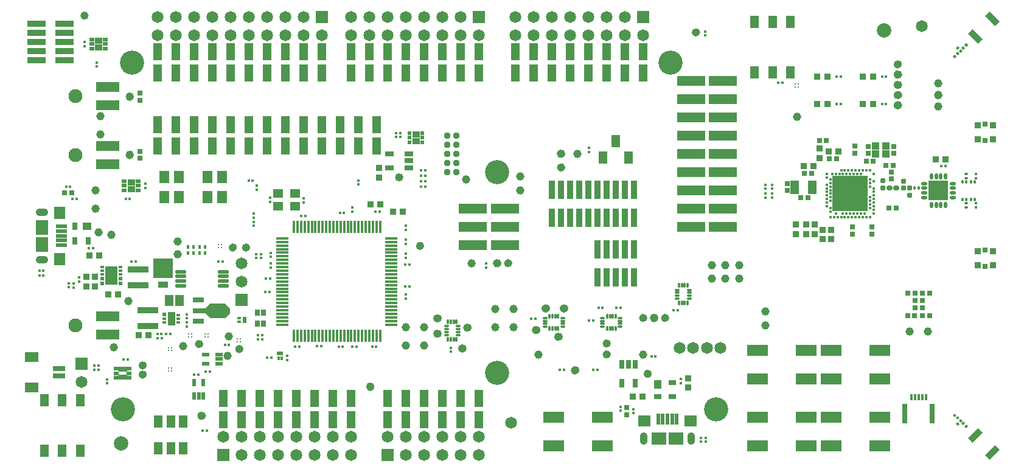
<source format=gts>
G04*
G04 #@! TF.GenerationSoftware,Altium Limited,Altium Designer,21.3.2 (30)*
G04*
G04 Layer_Color=8388736*
%FSLAX24Y24*%
%MOIN*%
G70*
G04*
G04 #@! TF.SameCoordinates,DEC0B546-127E-4CDD-B314-4E0B8DF39A68*
G04*
G04*
G04 #@! TF.FilePolarity,Negative*
G04*
G01*
G75*
%ADD128C,0.0240*%
G04:AMPARAMS|DCode=129|XSize=17.8mil|YSize=16.6mil|CornerRadius=5.7mil|HoleSize=0mil|Usage=FLASHONLY|Rotation=90.000|XOffset=0mil|YOffset=0mil|HoleType=Round|Shape=RoundedRectangle|*
%AMROUNDEDRECTD129*
21,1,0.0178,0.0053,0,0,90.0*
21,1,0.0065,0.0166,0,0,90.0*
1,1,0.0113,0.0027,0.0032*
1,1,0.0113,0.0027,-0.0032*
1,1,0.0113,-0.0027,-0.0032*
1,1,0.0113,-0.0027,0.0032*
%
%ADD129ROUNDEDRECTD129*%
%ADD130R,0.0257X0.0198*%
%ADD131R,0.0454X0.0296*%
%ADD132C,0.0454*%
%ADD133R,0.0454X0.0651*%
%ADD134R,0.0166X0.0178*%
%ADD135R,0.0414X0.0769*%
%ADD136R,0.0237X0.0158*%
%ADD137R,0.0237X0.0198*%
%ADD138R,0.0493X0.0611*%
%ADD139R,0.0178X0.0166*%
%ADD140R,0.0157X0.0146*%
%ADD141R,0.0205X0.0146*%
%ADD142C,0.0130*%
%ADD143R,0.0232X0.0154*%
%ADD144R,0.0217X0.0226*%
%ADD145R,0.0690X0.1044*%
%ADD146R,0.0560X0.0360*%
%ADD147R,0.1060X0.1111*%
%ADD148R,0.0454X0.0690*%
%ADD149C,0.0139*%
%ADD150O,0.0611X0.0217*%
%ADD151O,0.0118X0.0287*%
%ADD152O,0.0287X0.0118*%
%ADD153R,0.1143X0.0611*%
%ADD154R,0.0277X0.0296*%
%ADD155R,0.1312X0.0560*%
%ADD156R,0.0296X0.1084*%
%ADD157R,0.0157X0.0354*%
%ADD158R,0.0316X0.0257*%
%ADD159R,0.0395X0.0296*%
%ADD160R,0.0395X0.0454*%
%ADD161R,0.0375X0.0355*%
%ADD162R,0.0532X0.0690*%
%ADD163R,0.0359X0.1005*%
%ADD164R,0.1560X0.0560*%
%ADD165R,0.0462X0.0922*%
%ADD166O,0.0689X0.0157*%
%ADD167O,0.0157X0.0689*%
%ADD168R,0.0532X0.0493*%
%ADD169R,0.0296X0.0395*%
%ADD170R,0.0454X0.0395*%
%ADD171R,0.0592X0.0217*%
%ADD172R,0.0670X0.0808*%
%ADD173R,0.0611X0.0690*%
%ADD174R,0.0303X0.0382*%
%ADD175C,0.0787*%
%ADD176C,0.0370*%
%ADD177R,0.0355X0.0375*%
%ADD178R,0.0769X0.0532*%
%ADD179R,0.0670X0.0296*%
%ADD180R,0.0217X0.0336*%
%ADD181R,0.0198X0.0414*%
%ADD182R,0.0454X0.0769*%
%ADD183C,0.0148*%
%ADD184R,0.1949X0.1949*%
%ADD185R,0.0434X0.0395*%
%ADD186R,0.0296X0.0257*%
%ADD187R,0.1123X0.0375*%
%ADD188R,0.0611X0.0296*%
%ADD189R,0.0729X0.0296*%
%ADD190R,0.0158X0.0202*%
%ADD191R,0.0360X0.0380*%
%ADD192C,0.0651*%
%ADD193R,0.0220X0.0209*%
%ADD194R,0.0406X0.0323*%
%ADD195R,0.1103X0.1103*%
%ADD196O,0.0178X0.0375*%
%ADD197O,0.0375X0.0178*%
%ADD198R,0.0355X0.0375*%
%ADD199R,0.0257X0.0288*%
G04:AMPARAMS|DCode=200|XSize=78.8mil|YSize=37.5mil|CornerRadius=0mil|HoleSize=0mil|Usage=FLASHONLY|Rotation=135.000|XOffset=0mil|YOffset=0mil|HoleType=Round|Shape=Rectangle|*
%AMROTATEDRECTD200*
4,1,4,0.0411,-0.0146,0.0146,-0.0411,-0.0411,0.0146,-0.0146,0.0411,0.0411,-0.0146,0.0*
%
%ADD200ROTATEDRECTD200*%

G04:AMPARAMS|DCode=201|XSize=15.7mil|YSize=14.6mil|CornerRadius=4.6mil|HoleSize=0mil|Usage=FLASHONLY|Rotation=180.000|XOffset=0mil|YOffset=0mil|HoleType=Round|Shape=RoundedRectangle|*
%AMROUNDEDRECTD201*
21,1,0.0157,0.0053,0,0,180.0*
21,1,0.0065,0.0146,0,0,180.0*
1,1,0.0093,-0.0032,0.0027*
1,1,0.0093,0.0032,0.0027*
1,1,0.0093,0.0032,-0.0027*
1,1,0.0093,-0.0032,-0.0027*
%
%ADD201ROUNDEDRECTD201*%
G04:AMPARAMS|DCode=202|XSize=15.7mil|YSize=14.6mil|CornerRadius=4.6mil|HoleSize=0mil|Usage=FLASHONLY|Rotation=225.000|XOffset=0mil|YOffset=0mil|HoleType=Round|Shape=RoundedRectangle|*
%AMROUNDEDRECTD202*
21,1,0.0157,0.0053,0,0,225.0*
21,1,0.0065,0.0146,0,0,225.0*
1,1,0.0093,-0.0042,-0.0004*
1,1,0.0093,0.0004,0.0042*
1,1,0.0093,0.0042,0.0004*
1,1,0.0093,-0.0004,-0.0042*
%
%ADD202ROUNDEDRECTD202*%
G04:AMPARAMS|DCode=203|XSize=17.8mil|YSize=16.6mil|CornerRadius=5.7mil|HoleSize=0mil|Usage=FLASHONLY|Rotation=45.000|XOffset=0mil|YOffset=0mil|HoleType=Round|Shape=RoundedRectangle|*
%AMROUNDEDRECTD203*
21,1,0.0178,0.0053,0,0,45.0*
21,1,0.0065,0.0166,0,0,45.0*
1,1,0.0113,0.0042,0.0004*
1,1,0.0113,-0.0004,-0.0042*
1,1,0.0113,-0.0042,-0.0004*
1,1,0.0113,0.0004,0.0042*
%
%ADD203ROUNDEDRECTD203*%
G04:AMPARAMS|DCode=204|XSize=17.8mil|YSize=16.6mil|CornerRadius=5.7mil|HoleSize=0mil|Usage=FLASHONLY|Rotation=315.000|XOffset=0mil|YOffset=0mil|HoleType=Round|Shape=RoundedRectangle|*
%AMROUNDEDRECTD204*
21,1,0.0178,0.0053,0,0,315.0*
21,1,0.0065,0.0166,0,0,315.0*
1,1,0.0113,0.0004,-0.0042*
1,1,0.0113,-0.0042,0.0004*
1,1,0.0113,-0.0004,0.0042*
1,1,0.0113,0.0042,-0.0004*
%
%ADD204ROUNDEDRECTD204*%
G04:AMPARAMS|DCode=205|XSize=25.7mil|YSize=29.6mil|CornerRadius=7.9mil|HoleSize=0mil|Usage=FLASHONLY|Rotation=0.000|XOffset=0mil|YOffset=0mil|HoleType=Round|Shape=RoundedRectangle|*
%AMROUNDEDRECTD205*
21,1,0.0257,0.0138,0,0,0.0*
21,1,0.0098,0.0296,0,0,0.0*
1,1,0.0158,0.0049,-0.0069*
1,1,0.0158,-0.0049,-0.0069*
1,1,0.0158,-0.0049,0.0069*
1,1,0.0158,0.0049,0.0069*
%
%ADD205ROUNDEDRECTD205*%
G04:AMPARAMS|DCode=206|XSize=25.7mil|YSize=31.6mil|CornerRadius=7.9mil|HoleSize=0mil|Usage=FLASHONLY|Rotation=90.000|XOffset=0mil|YOffset=0mil|HoleType=Round|Shape=RoundedRectangle|*
%AMROUNDEDRECTD206*
21,1,0.0257,0.0157,0,0,90.0*
21,1,0.0098,0.0316,0,0,90.0*
1,1,0.0158,0.0079,0.0049*
1,1,0.0158,0.0079,-0.0049*
1,1,0.0158,-0.0079,-0.0049*
1,1,0.0158,-0.0079,0.0049*
%
%ADD206ROUNDEDRECTD206*%
G04:AMPARAMS|DCode=207|XSize=17.8mil|YSize=16.6mil|CornerRadius=5.7mil|HoleSize=0mil|Usage=FLASHONLY|Rotation=180.000|XOffset=0mil|YOffset=0mil|HoleType=Round|Shape=RoundedRectangle|*
%AMROUNDEDRECTD207*
21,1,0.0178,0.0053,0,0,180.0*
21,1,0.0065,0.0166,0,0,180.0*
1,1,0.0113,-0.0032,0.0027*
1,1,0.0113,0.0032,0.0027*
1,1,0.0113,0.0032,-0.0027*
1,1,0.0113,-0.0032,-0.0027*
%
%ADD207ROUNDEDRECTD207*%
G04:AMPARAMS|DCode=208|XSize=78.8mil|YSize=37.5mil|CornerRadius=0mil|HoleSize=0mil|Usage=FLASHONLY|Rotation=45.000|XOffset=0mil|YOffset=0mil|HoleType=Round|Shape=Rectangle|*
%AMROTATEDRECTD208*
4,1,4,-0.0146,-0.0411,-0.0411,-0.0146,0.0146,0.0411,0.0411,0.0146,-0.0146,-0.0411,0.0*
%
%ADD208ROTATEDRECTD208*%

G04:AMPARAMS|DCode=209|XSize=17.8mil|YSize=16.6mil|CornerRadius=0mil|HoleSize=0mil|Usage=FLASHONLY|Rotation=135.000|XOffset=0mil|YOffset=0mil|HoleType=Round|Shape=Rectangle|*
%AMROTATEDRECTD209*
4,1,4,0.0122,-0.0004,0.0004,-0.0122,-0.0122,0.0004,-0.0004,0.0122,0.0122,-0.0004,0.0*
%
%ADD209ROTATEDRECTD209*%

%ADD210R,0.0260X0.0209*%
%ADD211R,0.0257X0.0296*%
%ADD212R,0.0257X0.0316*%
%ADD213R,0.0690X0.0611*%
%ADD214R,0.0808X0.0670*%
%ADD215R,0.0217X0.0592*%
%ADD216R,0.1005X0.0359*%
%ADD217R,0.0336X0.0217*%
%ADD218R,0.0146X0.0205*%
%ADD219R,0.0296X0.0277*%
%ADD220R,0.0414X0.0198*%
%ADD221R,0.0296X0.0454*%
%ADD222C,0.0761*%
%ADD223R,0.0651X0.0651*%
%ADD224O,0.0690X0.0414*%
%ADD225R,0.0651X0.0651*%
%ADD226C,0.1320*%
%ADD227O,0.0414X0.0690*%
G36*
X11083Y8804D02*
X11088Y8803D01*
X11092Y8801D01*
X11096Y8798D01*
X11100Y8795D01*
X11356Y8539D01*
X11359Y8536D01*
X11361Y8532D01*
X11363Y8527D01*
X11364Y8523D01*
X11364Y8518D01*
Y8282D01*
X11364Y8277D01*
X11363Y8273D01*
X11361Y8268D01*
X11359Y8264D01*
X11356Y8261D01*
X11100Y8005D01*
X11096Y8002D01*
X11092Y7999D01*
X11088Y7997D01*
X11083Y7996D01*
X11078Y7996D01*
X10291D01*
X10286Y7996D01*
X10282Y7997D01*
X10277Y7999D01*
X10273Y8002D01*
X10270Y8005D01*
X10014Y8261D01*
X10011Y8264D01*
X10008Y8268D01*
X10006Y8273D01*
X10005Y8277D01*
X10005Y8282D01*
Y8518D01*
X10005Y8523D01*
X10006Y8527D01*
X10008Y8532D01*
X10011Y8536D01*
X10014Y8539D01*
X10270Y8795D01*
X10273Y8798D01*
X10277Y8801D01*
X10282Y8803D01*
X10286Y8804D01*
X10291Y8804D01*
X11078D01*
X11083Y8804D01*
D02*
G37*
D128*
X34710Y7989D02*
G03*
X34710Y7989I-110J0D01*
G01*
Y8011D02*
G03*
X34710Y8011I-110J0D01*
G01*
X29459Y6970D02*
G03*
X29459Y6970I-110J0D01*
G01*
X29481D02*
G03*
X29481Y6970I-110J0D01*
G01*
X48052Y21337D02*
G03*
X48052Y21337I-110J0D01*
G01*
X48074D02*
G03*
X48074Y21337I-110J0D01*
G01*
X37000Y23649D02*
G03*
X37000Y23649I-110J0D01*
G01*
X26099Y11000D02*
G03*
X26099Y11000I-110J0D01*
G01*
X26121D02*
G03*
X26121Y11000I-110J0D01*
G01*
X50277Y20206D02*
G03*
X50277Y20206I-110J0D01*
G01*
Y20228D02*
G03*
X50277Y20228I-110J0D01*
G01*
X20741Y15710D02*
G03*
X20741Y15710I-110J0D01*
G01*
X9780Y6571D02*
G03*
X9780Y6571I-110J0D01*
G01*
X21881Y11951D02*
G03*
X21881Y11951I-110J0D01*
G01*
X26711Y11000D02*
G03*
X26711Y11000I-110J0D01*
G01*
X6692Y5400D02*
G03*
X6692Y5400I-110J0D01*
G01*
Y4900D02*
G03*
X6692Y4900I-110J0D01*
G01*
X11979Y6296D02*
G03*
X11979Y6296I-110J0D01*
G01*
X19160Y4219D02*
G03*
X19160Y4219I-110J0D01*
G01*
Y4241D02*
G03*
X19160Y4241I-110J0D01*
G01*
X5980Y16950D02*
G03*
X5980Y16950I-110J0D01*
G01*
Y16928D02*
G03*
X5980Y16928I-110J0D01*
G01*
Y20141D02*
G03*
X5980Y20141I-110J0D01*
G01*
Y20119D02*
G03*
X5980Y20119I-110J0D01*
G01*
X32109Y6600D02*
G03*
X32109Y6600I-110J0D01*
G01*
X35310Y7999D02*
G03*
X35310Y7999I-110J0D01*
G01*
X34110D02*
G03*
X34110Y7999I-110J0D01*
G01*
X32111Y6000D02*
G03*
X32111Y6000I-110J0D01*
G01*
X3501Y24570D02*
G03*
X3501Y24570I-110J0D01*
G01*
X11630Y11861D02*
G03*
X11630Y11861I-110J0D01*
G01*
X12350D02*
G03*
X12350Y11861I-110J0D01*
G01*
X30391Y5130D02*
G03*
X30391Y5130I-110J0D01*
G01*
X30369D02*
G03*
X30369Y5130I-110J0D01*
G01*
X34360Y4941D02*
G03*
X34360Y4941I-110J0D01*
G01*
X48062Y21897D02*
G03*
X48062Y21897I-110J0D01*
G01*
X48074Y19657D02*
G03*
X48074Y19657I-110J0D01*
G01*
X48052D02*
G03*
X48052Y19657I-110J0D01*
G01*
X48074Y20217D02*
G03*
X48074Y20217I-110J0D01*
G01*
X48052D02*
G03*
X48052Y20217I-110J0D01*
G01*
X48074Y20777D02*
G03*
X48074Y20777I-110J0D01*
G01*
X48052D02*
G03*
X48052Y20777I-110J0D01*
G01*
X28239Y7340D02*
G03*
X28239Y7340I-110J0D01*
G01*
X28261D02*
G03*
X28261Y7340I-110J0D01*
G01*
X24211Y6330D02*
G03*
X24211Y6330I-110J0D01*
G01*
X24189D02*
G03*
X24189Y6330I-110J0D01*
G01*
X24491Y7470D02*
G03*
X24491Y7470I-110J0D01*
G01*
X24469D02*
G03*
X24469Y7470I-110J0D01*
G01*
X22829Y7980D02*
G03*
X22829Y7980I-110J0D01*
G01*
X22851D02*
G03*
X22851Y7980I-110J0D01*
G01*
X22829Y7140D02*
G03*
X22829Y7140I-110J0D01*
G01*
X22851D02*
G03*
X22851Y7140I-110J0D01*
G01*
X28759Y8520D02*
G03*
X28759Y8520I-110J0D01*
G01*
X28781D02*
G03*
X28781Y8520I-110J0D01*
G01*
X29759D02*
G03*
X29759Y8520I-110J0D01*
G01*
X29781D02*
G03*
X29781Y8520I-110J0D01*
G01*
X29621Y17000D02*
G03*
X29621Y17000I-110J0D01*
G01*
X29599D02*
G03*
X29599Y17000I-110J0D01*
G01*
X29611Y16250D02*
G03*
X29611Y16250I-110J0D01*
G01*
X9931Y2640D02*
G03*
X9931Y2640I-110J0D01*
G01*
X9909D02*
G03*
X9909Y2640I-110J0D01*
G01*
D129*
X51951Y15458D02*
D03*
X52175D02*
D03*
X51951Y14502D02*
D03*
X52175D02*
D03*
X49085Y15108D02*
D03*
X48860D02*
D03*
X51707Y14502D02*
D03*
X51483D02*
D03*
X51707Y15458D02*
D03*
X51483D02*
D03*
D130*
X5126Y5226D02*
D03*
Y4970D02*
D03*
Y4714D02*
D03*
X5834Y5226D02*
D03*
Y4970D02*
D03*
Y4714D02*
D03*
D131*
X5480Y5177D02*
D03*
Y4763D02*
D03*
X20099Y16236D02*
D03*
Y16984D02*
D03*
X21161Y16236D02*
D03*
Y16610D02*
D03*
Y16984D02*
D03*
D132*
X42430Y19020D02*
D03*
X8800Y6450D02*
D03*
X11240Y5920D02*
D03*
X24600Y11000D02*
D03*
X48600Y7250D02*
D03*
X27250Y15750D02*
D03*
X50167Y19584D02*
D03*
Y20850D02*
D03*
X27250Y15000D02*
D03*
X4250Y18050D02*
D03*
Y19050D02*
D03*
X25900Y7500D02*
D03*
X25900Y8500D02*
D03*
X26900Y7500D02*
D03*
Y8500D02*
D03*
X21000Y6500D02*
D03*
X22000D02*
D03*
X21000Y7500D02*
D03*
X22000D02*
D03*
X4860Y12559D02*
D03*
X4160Y12700D02*
D03*
X4000Y14000D02*
D03*
Y15000D02*
D03*
X49600Y7250D02*
D03*
X8500Y12200D02*
D03*
X30400Y17000D02*
D03*
X5000Y6400D02*
D03*
X34000Y6000D02*
D03*
X11300Y7000D02*
D03*
X8500Y11500D02*
D03*
X40700Y7600D02*
D03*
Y8350D02*
D03*
X24300Y15600D02*
D03*
X28250Y6000D02*
D03*
X5810Y8930D02*
D03*
X39250Y10900D02*
D03*
Y10150D02*
D03*
X38500Y10900D02*
D03*
Y10150D02*
D03*
X37750Y10900D02*
D03*
Y10150D02*
D03*
D133*
X40106Y21452D02*
D03*
X42074D02*
D03*
X41090D02*
D03*
Y24208D02*
D03*
X42074D02*
D03*
X40106D02*
D03*
X3160Y3488D02*
D03*
X1192D02*
D03*
X2176D02*
D03*
Y732D02*
D03*
X1192D02*
D03*
X3160D02*
D03*
D134*
X7878Y7120D02*
D03*
X8102D02*
D03*
X21838Y15500D02*
D03*
X22062D02*
D03*
X7612Y7120D02*
D03*
X7388D02*
D03*
X7398Y6900D02*
D03*
X7622D02*
D03*
X50559Y16330D02*
D03*
X50335D02*
D03*
X47086Y19727D02*
D03*
X47311D02*
D03*
X22062Y15800D02*
D03*
X21838D02*
D03*
X22062Y15200D02*
D03*
X21838D02*
D03*
X22062Y16100D02*
D03*
X21838D02*
D03*
X12388Y15520D02*
D03*
X12612D02*
D03*
X34672Y5890D02*
D03*
X34448D02*
D03*
X31772Y8560D02*
D03*
X31548D02*
D03*
X32528D02*
D03*
X32752D02*
D03*
X13398Y5810D02*
D03*
X13622D02*
D03*
X10092Y1820D02*
D03*
X9868D02*
D03*
X11312Y6540D02*
D03*
X11088D02*
D03*
X5762Y5730D02*
D03*
X5538D02*
D03*
X916Y10590D02*
D03*
X1141D02*
D03*
X31502Y5150D02*
D03*
X31278D02*
D03*
X44821Y19727D02*
D03*
X44596D02*
D03*
X29428Y5150D02*
D03*
X29652D02*
D03*
X47311Y21227D02*
D03*
X47086D02*
D03*
X44821D02*
D03*
X44596D02*
D03*
X5872Y14540D02*
D03*
X5648D02*
D03*
X20958Y10920D02*
D03*
X21182D02*
D03*
X18302Y6440D02*
D03*
X18078D02*
D03*
X17318D02*
D03*
X17542D02*
D03*
X41398Y20892D02*
D03*
X41622D02*
D03*
X10028Y5070D02*
D03*
X10252D02*
D03*
X9408Y4890D02*
D03*
X9632D02*
D03*
X10952Y11100D02*
D03*
X10728D02*
D03*
X5958D02*
D03*
X6182D02*
D03*
X2384Y15197D02*
D03*
X2608D02*
D03*
X916Y10310D02*
D03*
X1141D02*
D03*
X3634Y11840D02*
D03*
X3858D02*
D03*
X2962Y14520D02*
D03*
X2738D02*
D03*
X35902Y8430D02*
D03*
X35678D02*
D03*
X31262Y7860D02*
D03*
X31038D02*
D03*
X28102Y7950D02*
D03*
X27878D02*
D03*
X20958Y9740D02*
D03*
X21182D02*
D03*
X19548Y13830D02*
D03*
X19324D02*
D03*
X19148Y6430D02*
D03*
X19372D02*
D03*
X17608Y13750D02*
D03*
X17384D02*
D03*
X16352Y6450D02*
D03*
X16128D02*
D03*
X15488Y13580D02*
D03*
X15264D02*
D03*
X14944Y6440D02*
D03*
X15168D02*
D03*
X13304Y9420D02*
D03*
X13528D02*
D03*
X13568Y10150D02*
D03*
X13344D02*
D03*
D135*
X8160Y7960D02*
D03*
D136*
X8544Y8157D02*
D03*
Y7960D02*
D03*
Y7763D02*
D03*
X7776D02*
D03*
Y7960D02*
D03*
D137*
Y8177D02*
D03*
D138*
X8605Y8970D02*
D03*
X8015D02*
D03*
D139*
X9012Y8203D02*
D03*
Y7978D02*
D03*
X4630Y4408D02*
D03*
X20460Y17908D02*
D03*
Y18132D02*
D03*
X12660Y13045D02*
D03*
Y13269D02*
D03*
X12660Y13732D02*
D03*
Y13507D02*
D03*
X20683Y18132D02*
D03*
Y17908D02*
D03*
X18400Y15535D02*
D03*
Y15311D02*
D03*
X40710Y15302D02*
D03*
Y15078D02*
D03*
X41070Y15078D02*
D03*
Y15302D02*
D03*
X40710Y14812D02*
D03*
Y14588D02*
D03*
X41070Y14812D02*
D03*
Y14588D02*
D03*
X14500Y5922D02*
D03*
Y5698D02*
D03*
X4630Y4632D02*
D03*
X12830Y15252D02*
D03*
Y15028D02*
D03*
X3939Y5382D02*
D03*
Y5158D02*
D03*
X4149D02*
D03*
Y5382D02*
D03*
X3090Y9998D02*
D03*
Y10222D02*
D03*
X2800Y9668D02*
D03*
Y9892D02*
D03*
X25400Y10758D02*
D03*
Y10982D02*
D03*
X21000Y12838D02*
D03*
Y13062D02*
D03*
X37173Y1433D02*
D03*
Y1209D02*
D03*
X6740Y15342D02*
D03*
Y15118D02*
D03*
X4050Y22002D02*
D03*
Y21778D02*
D03*
X37400Y23478D02*
D03*
Y23702D02*
D03*
X13076Y11502D02*
D03*
Y11278D02*
D03*
X3410Y22898D02*
D03*
Y23122D02*
D03*
X13133Y6818D02*
D03*
Y7042D02*
D03*
X12899Y6818D02*
D03*
Y7042D02*
D03*
X31020Y17312D02*
D03*
Y17088D02*
D03*
X2520Y9678D02*
D03*
Y9902D02*
D03*
X32765Y3137D02*
D03*
Y2913D02*
D03*
X37443Y1433D02*
D03*
Y1209D02*
D03*
X36076Y4428D02*
D03*
Y4653D02*
D03*
X33463Y2778D02*
D03*
Y3003D02*
D03*
X23460Y6372D02*
D03*
Y6148D02*
D03*
X21000Y12068D02*
D03*
Y12292D02*
D03*
Y11298D02*
D03*
Y11522D02*
D03*
Y9058D02*
D03*
Y9282D02*
D03*
X18056Y13828D02*
D03*
Y14052D02*
D03*
X15386Y14328D02*
D03*
Y14552D02*
D03*
X13566Y14582D02*
D03*
Y14358D02*
D03*
X13596Y11572D02*
D03*
Y11348D02*
D03*
X12796Y11502D02*
D03*
Y11278D02*
D03*
X13596Y10992D02*
D03*
Y10768D02*
D03*
D140*
X9012Y7530D02*
D03*
Y7754D02*
D03*
D141*
X11872Y7979D02*
D03*
Y7801D02*
D03*
D142*
X9991Y7119D02*
D03*
X11779Y6845D02*
D03*
X11937D02*
D03*
X11779Y6687D02*
D03*
X11937D02*
D03*
X10741Y11871D02*
D03*
Y12029D02*
D03*
X10899Y11871D02*
D03*
Y12029D02*
D03*
X9101Y7119D02*
D03*
X9259D02*
D03*
X9101Y6961D02*
D03*
X9259D02*
D03*
X7991Y6369D02*
D03*
X8149D02*
D03*
X7991Y6211D02*
D03*
X8149D02*
D03*
X10149Y6961D02*
D03*
X9991D02*
D03*
X10149Y7119D02*
D03*
X7991Y5259D02*
D03*
X8149D02*
D03*
X7991Y5101D02*
D03*
X8149D02*
D03*
X42497Y20660D02*
D03*
X42340D02*
D03*
X42497Y20817D02*
D03*
X42340D02*
D03*
D143*
X5360Y10793D02*
D03*
Y10596D02*
D03*
Y10399D02*
D03*
X4360D02*
D03*
Y10596D02*
D03*
Y10793D02*
D03*
D144*
X5360Y10143D02*
D03*
Y9887D02*
D03*
X4360D02*
D03*
Y10143D02*
D03*
D145*
X4860Y10340D02*
D03*
D146*
X7680Y9810D02*
D03*
D147*
Y10736D02*
D03*
D148*
X8809Y872D02*
D03*
X8120D02*
D03*
X7431D02*
D03*
Y2328D02*
D03*
X8120D02*
D03*
X8809D02*
D03*
X33189Y16797D02*
D03*
X31811D02*
D03*
X32500Y17703D02*
D03*
D149*
X34600Y7867D02*
D03*
Y8133D02*
D03*
X29227Y6970D02*
D03*
X29493D02*
D03*
X47820Y21337D02*
D03*
X48086D02*
D03*
X36890Y23527D02*
D03*
Y23773D02*
D03*
X25867Y11000D02*
D03*
X26133D02*
D03*
X50167Y20084D02*
D03*
Y20350D02*
D03*
X20753Y15710D02*
D03*
X20507D02*
D03*
X9670Y6693D02*
D03*
Y6447D02*
D03*
X21771Y11827D02*
D03*
Y12073D02*
D03*
X26477Y11000D02*
D03*
X26723D02*
D03*
X6458Y5400D02*
D03*
X6704D02*
D03*
X6458Y4900D02*
D03*
X6704D02*
D03*
X11745Y6296D02*
D03*
X11991D02*
D03*
X19050Y4097D02*
D03*
Y4363D02*
D03*
X5870Y17072D02*
D03*
Y16806D02*
D03*
Y20263D02*
D03*
Y19997D02*
D03*
X32123Y6600D02*
D03*
X31877D02*
D03*
X35200Y8123D02*
D03*
Y7877D02*
D03*
X34000Y8123D02*
D03*
Y7877D02*
D03*
X31877Y6000D02*
D03*
X32123D02*
D03*
X3267Y24570D02*
D03*
X3513D02*
D03*
X11520Y11737D02*
D03*
Y11983D02*
D03*
X12240Y11737D02*
D03*
Y11983D02*
D03*
X30403Y5130D02*
D03*
X30137D02*
D03*
X34250Y4817D02*
D03*
Y5063D02*
D03*
X48076Y21897D02*
D03*
X47830D02*
D03*
X48086Y19657D02*
D03*
X47820D02*
D03*
X48086Y20217D02*
D03*
X47820D02*
D03*
X48086Y20777D02*
D03*
X47820D02*
D03*
X28007Y7340D02*
D03*
X28273D02*
D03*
X24223Y6330D02*
D03*
X23957D02*
D03*
X24503Y7470D02*
D03*
X24237D02*
D03*
X22597Y7980D02*
D03*
X22863D02*
D03*
X22597Y7140D02*
D03*
X22863D02*
D03*
X28527Y8520D02*
D03*
X28793D02*
D03*
X29527D02*
D03*
X29793D02*
D03*
X29633Y17000D02*
D03*
X29367D02*
D03*
X29377Y16250D02*
D03*
X29623D02*
D03*
X9943Y2640D02*
D03*
X9677D02*
D03*
D150*
X10981Y9766D02*
D03*
Y10022D02*
D03*
Y10278D02*
D03*
Y10534D02*
D03*
X8659Y9766D02*
D03*
Y10022D02*
D03*
Y10278D02*
D03*
Y10534D02*
D03*
D151*
X28874Y7435D02*
D03*
X29031D02*
D03*
X29189D02*
D03*
X29346D02*
D03*
Y8085D02*
D03*
X29189D02*
D03*
X29031D02*
D03*
X28874D02*
D03*
X36436Y9782D02*
D03*
X36279D02*
D03*
X36121D02*
D03*
X35964D02*
D03*
Y8818D02*
D03*
X36121D02*
D03*
X36279D02*
D03*
X36436D02*
D03*
X32024Y8085D02*
D03*
X32181D02*
D03*
X32339D02*
D03*
X32496D02*
D03*
Y7435D02*
D03*
X32339D02*
D03*
X32181D02*
D03*
X32024D02*
D03*
X23776Y6828D02*
D03*
X23619D02*
D03*
X23461D02*
D03*
X23304D02*
D03*
Y7792D02*
D03*
X23461D02*
D03*
X23619D02*
D03*
X23776D02*
D03*
D152*
X29592Y7524D02*
D03*
Y7681D02*
D03*
Y7839D02*
D03*
Y7996D02*
D03*
X28628D02*
D03*
Y7839D02*
D03*
Y7681D02*
D03*
Y7524D02*
D03*
X36525Y9064D02*
D03*
Y9221D02*
D03*
Y9379D02*
D03*
Y9536D02*
D03*
X35875D02*
D03*
Y9379D02*
D03*
Y9221D02*
D03*
Y9064D02*
D03*
X31778Y7524D02*
D03*
Y7681D02*
D03*
Y7839D02*
D03*
Y7996D02*
D03*
X32742D02*
D03*
Y7839D02*
D03*
Y7681D02*
D03*
Y7524D02*
D03*
X23215Y7074D02*
D03*
Y7231D02*
D03*
Y7389D02*
D03*
Y7546D02*
D03*
X23865D02*
D03*
Y7389D02*
D03*
Y7231D02*
D03*
Y7074D02*
D03*
D153*
X29101Y2560D02*
D03*
Y985D02*
D03*
X31759Y2560D02*
D03*
Y985D02*
D03*
X40267Y6232D02*
D03*
Y4657D02*
D03*
X42924Y6232D02*
D03*
Y4657D02*
D03*
X44307Y6232D02*
D03*
Y4657D02*
D03*
X46964Y6232D02*
D03*
Y4657D02*
D03*
X42924Y985D02*
D03*
Y2560D02*
D03*
X40267Y985D02*
D03*
Y2560D02*
D03*
X46964Y985D02*
D03*
Y2560D02*
D03*
X44307Y985D02*
D03*
Y2560D02*
D03*
D154*
X48900Y8947D02*
D03*
Y8553D02*
D03*
X6430Y20327D02*
D03*
Y19933D02*
D03*
X49290Y8553D02*
D03*
Y8947D02*
D03*
X6430Y16742D02*
D03*
Y17136D02*
D03*
D155*
X4650Y17429D02*
D03*
Y16429D02*
D03*
Y8090D02*
D03*
Y7090D02*
D03*
Y20657D02*
D03*
Y19657D02*
D03*
D156*
X49842Y2767D02*
D03*
X48346D02*
D03*
D157*
X49290Y3673D02*
D03*
X49094D02*
D03*
X48897D02*
D03*
X48700D02*
D03*
X49487D02*
D03*
D158*
X2686Y14856D02*
D03*
X2312D02*
D03*
X43667Y17714D02*
D03*
X44041D02*
D03*
D159*
X35611Y4445D02*
D03*
Y3697D02*
D03*
X34804D02*
D03*
D160*
Y4366D02*
D03*
D161*
X36466Y4706D02*
D03*
Y4175D02*
D03*
X43381Y12595D02*
D03*
Y13127D02*
D03*
X43667Y16769D02*
D03*
Y17300D02*
D03*
X44307Y12841D02*
D03*
Y12310D02*
D03*
X43844Y12841D02*
D03*
Y12310D02*
D03*
X42919Y13127D02*
D03*
Y12595D02*
D03*
X42367Y13127D02*
D03*
Y12595D02*
D03*
X19530Y16226D02*
D03*
Y15694D02*
D03*
X3970Y9724D02*
D03*
Y10256D02*
D03*
X3500Y9724D02*
D03*
Y10256D02*
D03*
D162*
X7775Y15711D02*
D03*
X8563Y14609D02*
D03*
X7775D02*
D03*
X10137D02*
D03*
X10925D02*
D03*
X8563Y15711D02*
D03*
X10137D02*
D03*
X10925D02*
D03*
D163*
X31500Y15018D02*
D03*
X32000D02*
D03*
X32500D02*
D03*
X33000D02*
D03*
X33500D02*
D03*
X31500Y13482D02*
D03*
X32000D02*
D03*
X32500D02*
D03*
X33000D02*
D03*
X33500D02*
D03*
X31000D02*
D03*
X30500D02*
D03*
X30000D02*
D03*
X29500D02*
D03*
X29000D02*
D03*
X31000Y15018D02*
D03*
X30500D02*
D03*
X30000D02*
D03*
X29500D02*
D03*
X29000D02*
D03*
X33500Y10232D02*
D03*
X33000D02*
D03*
X32500D02*
D03*
X32000D02*
D03*
X31500D02*
D03*
X33500Y11768D02*
D03*
X33000D02*
D03*
X32500D02*
D03*
X32000D02*
D03*
X31500D02*
D03*
D164*
X38375Y14000D02*
D03*
X36625D02*
D03*
X38375Y18000D02*
D03*
Y19000D02*
D03*
X36625D02*
D03*
X38375Y20000D02*
D03*
X36625D02*
D03*
X38375Y21000D02*
D03*
X36625D02*
D03*
X38375Y15000D02*
D03*
X36625Y13000D02*
D03*
X38375D02*
D03*
X26425Y12000D02*
D03*
X24675D02*
D03*
X26425Y13000D02*
D03*
X24675D02*
D03*
X26425Y14000D02*
D03*
X24675D02*
D03*
X36625Y18000D02*
D03*
Y17000D02*
D03*
X38375D02*
D03*
X36625Y16000D02*
D03*
X38375D02*
D03*
X36625Y15000D02*
D03*
D165*
X31000Y21423D02*
D03*
Y22577D02*
D03*
X27000Y21423D02*
D03*
X30000D02*
D03*
X29000Y21423D02*
D03*
X34000Y21423D02*
D03*
X33000D02*
D03*
X27000Y22577D02*
D03*
X30000D02*
D03*
X29000D02*
D03*
X34000D02*
D03*
X33000D02*
D03*
X28000Y21423D02*
D03*
X32000D02*
D03*
X28000Y22577D02*
D03*
X32000D02*
D03*
X7400Y21423D02*
D03*
X13400D02*
D03*
X7400Y22577D02*
D03*
X13400D02*
D03*
X8400Y21423D02*
D03*
X9400Y21423D02*
D03*
X11400D02*
D03*
X12400D02*
D03*
X15400D02*
D03*
X16400D02*
D03*
X8400Y22577D02*
D03*
X9400D02*
D03*
X11400D02*
D03*
X12400D02*
D03*
X15400D02*
D03*
X16400D02*
D03*
X10400Y21423D02*
D03*
X14400Y21423D02*
D03*
X10400Y22577D02*
D03*
X14400D02*
D03*
X14000Y3577D02*
D03*
Y2423D02*
D03*
X18000Y3577D02*
D03*
X15000D02*
D03*
X16000Y3577D02*
D03*
X11000Y3577D02*
D03*
X12000D02*
D03*
X18000Y2423D02*
D03*
X15000D02*
D03*
X16000D02*
D03*
X11000D02*
D03*
X12000D02*
D03*
X17000Y3577D02*
D03*
X13000D02*
D03*
X17000Y2423D02*
D03*
X13000D02*
D03*
X23000Y3577D02*
D03*
X23000Y2423D02*
D03*
X25000Y3577D02*
D03*
X24000D02*
D03*
X21000D02*
D03*
X20000D02*
D03*
X25000Y2423D02*
D03*
X24000D02*
D03*
X21000D02*
D03*
X20000D02*
D03*
X22000Y3577D02*
D03*
Y2423D02*
D03*
X15400Y18577D02*
D03*
Y17423D02*
D03*
X16400Y18577D02*
D03*
Y17423D02*
D03*
X7400D02*
D03*
Y18577D02*
D03*
X11400D02*
D03*
Y17423D02*
D03*
X12400Y18577D02*
D03*
Y17423D02*
D03*
X10400Y18577D02*
D03*
Y17423D02*
D03*
X9400Y18577D02*
D03*
Y17423D02*
D03*
X8400D02*
D03*
Y18577D02*
D03*
X14400Y17423D02*
D03*
Y18577D02*
D03*
X13400Y17423D02*
D03*
Y18577D02*
D03*
X17400Y17423D02*
D03*
Y18577D02*
D03*
X18400Y17423D02*
D03*
Y18577D02*
D03*
X19400Y17423D02*
D03*
Y18577D02*
D03*
X23000Y22577D02*
D03*
X19000D02*
D03*
X23000Y21423D02*
D03*
X19000D02*
D03*
X24000Y22577D02*
D03*
X25000D02*
D03*
X20000D02*
D03*
X21000D02*
D03*
X18000D02*
D03*
X24000Y21423D02*
D03*
X25000D02*
D03*
X20000Y21423D02*
D03*
X21000Y21423D02*
D03*
X18000D02*
D03*
X22000Y22577D02*
D03*
Y21423D02*
D03*
D166*
X14244Y7638D02*
D03*
Y7835D02*
D03*
Y8031D02*
D03*
Y8228D02*
D03*
Y8425D02*
D03*
Y8622D02*
D03*
Y8819D02*
D03*
Y9016D02*
D03*
Y9213D02*
D03*
Y9409D02*
D03*
Y9606D02*
D03*
Y9803D02*
D03*
Y10000D02*
D03*
Y10197D02*
D03*
Y10394D02*
D03*
Y10591D02*
D03*
Y10787D02*
D03*
Y10984D02*
D03*
Y11181D02*
D03*
Y11378D02*
D03*
Y11575D02*
D03*
Y11772D02*
D03*
Y11968D02*
D03*
Y12165D02*
D03*
Y12362D02*
D03*
X20208D02*
D03*
Y12165D02*
D03*
Y11968D02*
D03*
Y11772D02*
D03*
Y11575D02*
D03*
Y11378D02*
D03*
Y11181D02*
D03*
Y10984D02*
D03*
Y10787D02*
D03*
Y10591D02*
D03*
Y10394D02*
D03*
Y10197D02*
D03*
Y10000D02*
D03*
Y9803D02*
D03*
Y9606D02*
D03*
Y9409D02*
D03*
Y9213D02*
D03*
Y9016D02*
D03*
Y8819D02*
D03*
Y8622D02*
D03*
Y8425D02*
D03*
Y8228D02*
D03*
Y8031D02*
D03*
Y7835D02*
D03*
Y7638D02*
D03*
D167*
X14864Y12982D02*
D03*
X15061D02*
D03*
X15258D02*
D03*
X15454D02*
D03*
X15651D02*
D03*
X15848D02*
D03*
X16045D02*
D03*
X16242D02*
D03*
X16439D02*
D03*
X16636D02*
D03*
X16832D02*
D03*
X17029D02*
D03*
X17226D02*
D03*
X17423D02*
D03*
X17620D02*
D03*
X17817D02*
D03*
X18013D02*
D03*
X18210D02*
D03*
X18407D02*
D03*
X18604D02*
D03*
X18801D02*
D03*
X18998D02*
D03*
X19195D02*
D03*
X19391D02*
D03*
X19588D02*
D03*
Y7018D02*
D03*
X19391D02*
D03*
X19195D02*
D03*
X18998D02*
D03*
X18801D02*
D03*
X18604D02*
D03*
X18407D02*
D03*
X18210D02*
D03*
X18013D02*
D03*
X17817D02*
D03*
X17620D02*
D03*
X17423D02*
D03*
X17226D02*
D03*
X17029D02*
D03*
X16832D02*
D03*
X16636D02*
D03*
X16439D02*
D03*
X16242D02*
D03*
X16045D02*
D03*
X15848D02*
D03*
X15651D02*
D03*
X15454D02*
D03*
X15258D02*
D03*
X15061D02*
D03*
X14864D02*
D03*
D168*
X14006Y14811D02*
D03*
Y14109D02*
D03*
X14946Y14811D02*
D03*
Y14109D02*
D03*
D169*
X3600Y12226D02*
D03*
X2852Y13034D02*
D03*
Y12226D02*
D03*
D170*
X3521Y13034D02*
D03*
D171*
X2118Y13012D02*
D03*
Y12244D02*
D03*
Y11988D02*
D03*
Y12756D02*
D03*
Y12500D02*
D03*
D172*
X1065Y12972D02*
D03*
Y12028D02*
D03*
D173*
X2030Y11240D02*
D03*
Y13760D02*
D03*
D174*
X13183Y8275D02*
D03*
Y7705D02*
D03*
X12849D02*
D03*
Y8275D02*
D03*
D175*
X47205Y23750D02*
D03*
X5411Y1120D02*
D03*
D176*
X23250Y16000D02*
D03*
Y16500D02*
D03*
Y17000D02*
D03*
Y17500D02*
D03*
Y18000D02*
D03*
X23750D02*
D03*
Y17500D02*
D03*
Y17000D02*
D03*
Y16500D02*
D03*
Y16000D02*
D03*
D177*
X4192Y11440D02*
D03*
X3660D02*
D03*
X50027Y16704D02*
D03*
X50558D02*
D03*
X6354Y7070D02*
D03*
X6886D02*
D03*
X33434Y3700D02*
D03*
X33966D02*
D03*
X42791Y16317D02*
D03*
X43322D02*
D03*
X44149Y17119D02*
D03*
X44681D02*
D03*
X19592Y14230D02*
D03*
X19060D02*
D03*
X20284Y13810D02*
D03*
X20816D02*
D03*
X5226Y9280D02*
D03*
X4694D02*
D03*
D178*
X484Y4203D02*
D03*
Y5857D02*
D03*
D179*
X2010Y4833D02*
D03*
Y5227D02*
D03*
D180*
X12148Y7890D02*
D03*
D181*
X9394Y3726D02*
D03*
X9650D02*
D03*
X9906D02*
D03*
Y4474D02*
D03*
X9394D02*
D03*
D182*
X42292Y15167D02*
D03*
X43276D02*
D03*
D183*
X46226Y16090D02*
D03*
X44848D02*
D03*
X45045D02*
D03*
X45242D02*
D03*
X45438D02*
D03*
X45635D02*
D03*
X45832D02*
D03*
X46029D02*
D03*
X46423D02*
D03*
X44060Y15893D02*
D03*
X44356D02*
D03*
X44553D02*
D03*
X44749D02*
D03*
X44946D02*
D03*
X45143D02*
D03*
X45340D02*
D03*
X45537D02*
D03*
X45734D02*
D03*
X45931D02*
D03*
X46620D02*
D03*
X46423Y15597D02*
D03*
X44060Y15696D02*
D03*
X44257Y15597D02*
D03*
X46620Y15499D02*
D03*
X44257Y15401D02*
D03*
X46423D02*
D03*
X44060Y15302D02*
D03*
X44257Y15204D02*
D03*
X46423D02*
D03*
X44060Y15105D02*
D03*
X46620D02*
D03*
X44257Y15007D02*
D03*
X44060Y14908D02*
D03*
X46620D02*
D03*
X44257Y14810D02*
D03*
X44060Y14712D02*
D03*
X46620D02*
D03*
X44257Y14613D02*
D03*
X46423D02*
D03*
X44060Y14515D02*
D03*
X46620D02*
D03*
X44257Y14416D02*
D03*
X46423D02*
D03*
X44060Y14318D02*
D03*
X46620D02*
D03*
X46423Y14219D02*
D03*
X44060Y14121D02*
D03*
X46620D02*
D03*
X44257Y14023D02*
D03*
X46423D02*
D03*
X46620Y13924D02*
D03*
X44257Y13826D02*
D03*
X44553Y13727D02*
D03*
X44946D02*
D03*
X45143D02*
D03*
X45340D02*
D03*
X45537D02*
D03*
X45734D02*
D03*
X45931D02*
D03*
X46127D02*
D03*
X46620D02*
D03*
X44257Y13530D02*
D03*
X44454D02*
D03*
X44651D02*
D03*
X44848D02*
D03*
X45045D02*
D03*
X45242D02*
D03*
X45438D02*
D03*
X45635D02*
D03*
X45832D02*
D03*
X46029D02*
D03*
X46226D02*
D03*
X46423D02*
D03*
D184*
X45340Y14810D02*
D03*
D185*
X47303Y16983D02*
D03*
Y17436D02*
D03*
X46732D02*
D03*
Y16983D02*
D03*
D186*
X42844Y15927D02*
D03*
X43238D02*
D03*
X44213Y16710D02*
D03*
X44607D02*
D03*
X47466Y14023D02*
D03*
X47860D02*
D03*
X46216Y16601D02*
D03*
X46610D02*
D03*
X42637Y14587D02*
D03*
X43031D02*
D03*
X48877Y8137D02*
D03*
X48483D02*
D03*
X49697D02*
D03*
X49303D02*
D03*
X47308Y16355D02*
D03*
X47702D02*
D03*
D187*
X6850Y7547D02*
D03*
Y8413D02*
D03*
X6340Y9777D02*
D03*
Y10643D02*
D03*
D188*
X9641Y7809D02*
D03*
Y8991D02*
D03*
D189*
X9700Y8400D02*
D03*
D190*
X10010Y11553D02*
D03*
Y11884D02*
D03*
X9370D02*
D03*
Y11553D02*
D03*
X9050Y11884D02*
D03*
Y11553D02*
D03*
X9690Y11884D02*
D03*
Y11553D02*
D03*
D191*
X46583Y19727D02*
D03*
X46033D02*
D03*
X44083Y21227D02*
D03*
X43533D02*
D03*
X46583D02*
D03*
X46033D02*
D03*
X44083Y19727D02*
D03*
X43533D02*
D03*
D192*
X36730Y6350D02*
D03*
X37480D02*
D03*
X38230D02*
D03*
X35980D02*
D03*
X9400Y24500D02*
D03*
Y23500D02*
D03*
X12400D02*
D03*
Y24500D02*
D03*
X14400Y23500D02*
D03*
Y24500D02*
D03*
X15400Y23500D02*
D03*
Y24500D02*
D03*
X16400Y23500D02*
D03*
X13400Y24500D02*
D03*
Y23500D02*
D03*
X11400Y24500D02*
D03*
Y23500D02*
D03*
X10400D02*
D03*
Y24500D02*
D03*
X8400D02*
D03*
Y23500D02*
D03*
X7400D02*
D03*
Y24500D02*
D03*
X24000Y1500D02*
D03*
Y500D02*
D03*
X22000Y1500D02*
D03*
Y500D02*
D03*
X21000Y1500D02*
D03*
Y500D02*
D03*
X20000Y1500D02*
D03*
X23000Y500D02*
D03*
Y1500D02*
D03*
X25000Y500D02*
D03*
Y1500D02*
D03*
X17000Y500D02*
D03*
Y1500D02*
D03*
X16000D02*
D03*
Y500D02*
D03*
X14000Y1500D02*
D03*
Y500D02*
D03*
X11000Y1500D02*
D03*
X12000Y500D02*
D03*
Y1500D02*
D03*
X13000Y500D02*
D03*
Y1500D02*
D03*
X15000Y500D02*
D03*
Y1500D02*
D03*
X18000D02*
D03*
Y500D02*
D03*
X26750Y2250D02*
D03*
X3220Y4490D02*
D03*
X12000Y11000D02*
D03*
Y10000D02*
D03*
X49250Y24000D02*
D03*
X27000Y24500D02*
D03*
Y23500D02*
D03*
X30000D02*
D03*
Y24500D02*
D03*
X32000Y23500D02*
D03*
Y24500D02*
D03*
X33000Y23500D02*
D03*
Y24500D02*
D03*
X34000Y23500D02*
D03*
X31000Y24500D02*
D03*
Y23500D02*
D03*
X29000Y24500D02*
D03*
Y23500D02*
D03*
X28000D02*
D03*
Y24500D02*
D03*
X18000D02*
D03*
Y23500D02*
D03*
X21000D02*
D03*
Y24500D02*
D03*
X23000Y23500D02*
D03*
Y24500D02*
D03*
X24000Y23500D02*
D03*
Y24500D02*
D03*
X25000Y23500D02*
D03*
X22000Y24500D02*
D03*
Y23500D02*
D03*
X20000Y24500D02*
D03*
Y23500D02*
D03*
X19000D02*
D03*
Y24500D02*
D03*
D193*
X21197Y17624D02*
D03*
Y17880D02*
D03*
Y18136D02*
D03*
X21910Y17624D02*
D03*
Y17880D02*
D03*
Y18136D02*
D03*
D194*
X21553Y17693D02*
D03*
Y18067D02*
D03*
X5950Y15437D02*
D03*
Y15063D02*
D03*
X4160Y22823D02*
D03*
Y23197D02*
D03*
D195*
X50177Y14980D02*
D03*
D196*
X50561Y14203D02*
D03*
X50305D02*
D03*
X50049D02*
D03*
X49793D02*
D03*
Y15758D02*
D03*
X50049D02*
D03*
X50305D02*
D03*
X50561D02*
D03*
D197*
X49400Y14596D02*
D03*
Y14852D02*
D03*
Y15108D02*
D03*
Y15364D02*
D03*
X50955D02*
D03*
Y15108D02*
D03*
Y14852D02*
D03*
Y14596D02*
D03*
D198*
X53148Y17795D02*
D03*
X52341D02*
D03*
Y18543D02*
D03*
X53148D02*
D03*
X52341Y11644D02*
D03*
X53148D02*
D03*
Y10896D02*
D03*
X52341D02*
D03*
D199*
X52744Y17713D02*
D03*
Y18626D02*
D03*
Y11726D02*
D03*
Y10813D02*
D03*
D200*
X52188Y23436D02*
D03*
X53135Y24383D02*
D03*
D201*
X52244Y14067D02*
D03*
Y14291D02*
D03*
Y15667D02*
D03*
Y15891D02*
D03*
D202*
X51237Y2515D02*
D03*
X51078Y2673D02*
D03*
D203*
X51699Y2053D02*
D03*
X51541Y2211D02*
D03*
X51230Y22796D02*
D03*
X51388Y22637D02*
D03*
D204*
X51230Y2204D02*
D03*
X51388Y2363D02*
D03*
X51541Y22789D02*
D03*
X51237Y22485D02*
D03*
X51078Y22327D02*
D03*
D205*
X48593Y15108D02*
D03*
Y14715D02*
D03*
X48256Y15113D02*
D03*
Y15507D02*
D03*
X47132Y15115D02*
D03*
Y15509D02*
D03*
D206*
X47505Y15112D02*
D03*
X47879Y15112D02*
D03*
D207*
X51703Y14067D02*
D03*
Y14291D02*
D03*
Y15891D02*
D03*
Y15667D02*
D03*
D208*
X53135Y617D02*
D03*
X52188Y1564D02*
D03*
D209*
X51699Y22947D02*
D03*
D210*
X5578Y15506D02*
D03*
Y15250D02*
D03*
Y14994D02*
D03*
X6322D02*
D03*
Y15250D02*
D03*
Y15506D02*
D03*
X4532Y22754D02*
D03*
Y23010D02*
D03*
Y23266D02*
D03*
X3788D02*
D03*
Y23010D02*
D03*
Y22754D02*
D03*
D211*
X47718Y17407D02*
D03*
Y17013D02*
D03*
X46318Y17013D02*
D03*
Y17407D02*
D03*
X45468Y12989D02*
D03*
Y12595D02*
D03*
X46531Y12989D02*
D03*
Y12595D02*
D03*
X45606Y17015D02*
D03*
Y17408D02*
D03*
X41884Y15374D02*
D03*
Y14980D02*
D03*
X47606Y16007D02*
D03*
Y15613D02*
D03*
D212*
X33113Y3077D02*
D03*
Y2703D02*
D03*
D213*
X34067Y2365D02*
D03*
X36586D02*
D03*
D214*
X35799Y1400D02*
D03*
X34854D02*
D03*
D215*
X35838Y2454D02*
D03*
X35582D02*
D03*
X34815D02*
D03*
X35071D02*
D03*
X35326D02*
D03*
D216*
X2298Y24140D02*
D03*
Y23640D02*
D03*
Y23140D02*
D03*
Y22640D02*
D03*
Y22140D02*
D03*
X762Y24140D02*
D03*
Y23640D02*
D03*
Y23140D02*
D03*
Y22640D02*
D03*
Y22140D02*
D03*
D217*
X14110Y6058D02*
D03*
D218*
X14021Y5782D02*
D03*
X14199D02*
D03*
D219*
X48492Y9370D02*
D03*
X48885D02*
D03*
X49705D02*
D03*
X49312D02*
D03*
D220*
X10026Y5494D02*
D03*
Y6006D02*
D03*
X10774D02*
D03*
Y5750D02*
D03*
Y5494D02*
D03*
D221*
X33564Y5472D02*
D03*
X33190D02*
D03*
X32816D02*
D03*
Y4408D02*
D03*
X33564D02*
D03*
D222*
X2880Y16929D02*
D03*
Y7590D02*
D03*
Y20157D02*
D03*
D223*
X16400Y24500D02*
D03*
X20000Y500D02*
D03*
X11000D02*
D03*
X34000Y24500D02*
D03*
X25000D02*
D03*
D224*
X1065Y11201D02*
D03*
Y13799D02*
D03*
D225*
X3220Y5490D02*
D03*
X12000Y9000D02*
D03*
D226*
X26000Y5000D02*
D03*
Y16000D02*
D03*
X5500Y3000D02*
D03*
X6000Y22000D02*
D03*
X38000Y3000D02*
D03*
X35500Y22000D02*
D03*
D227*
X34027Y1400D02*
D03*
X36626D02*
D03*
M02*

</source>
